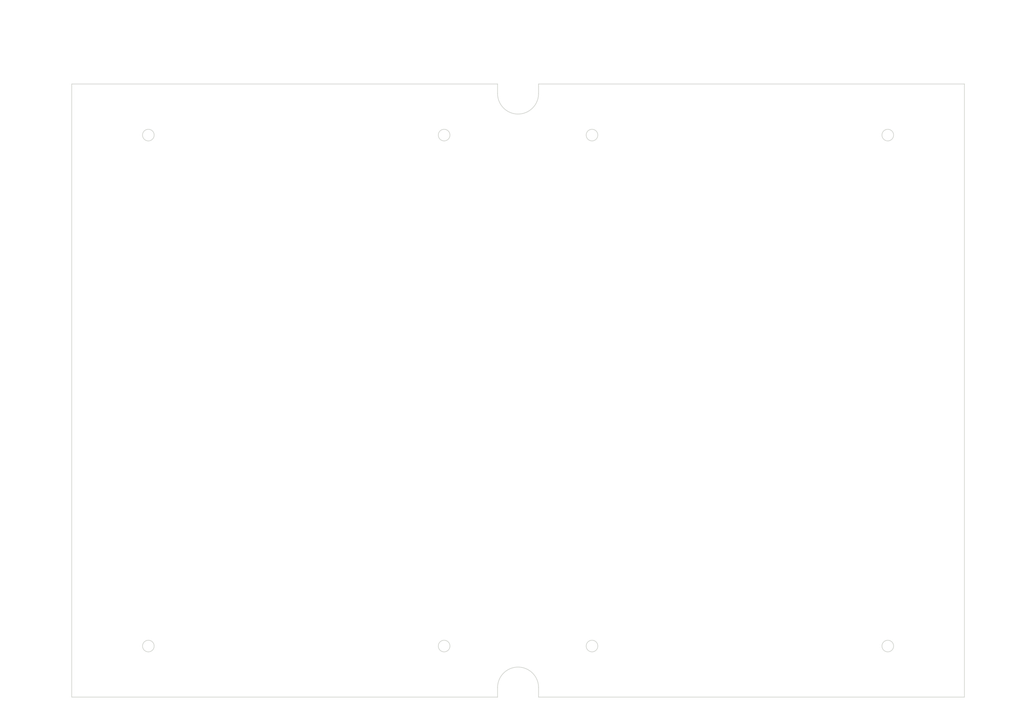
<source format=kicad_pcb>
(kicad_pcb (version 20171130) (host pcbnew "(5.1.0)-1")

  (general
    (thickness 1.6)
    (drawings 85)
    (tracks 0)
    (zones 0)
    (modules 0)
    (nets 1)
  )

  (page A3)
  (layers
    (0 F.Cu signal)
    (31 B.Cu signal)
    (32 B.Adhes user)
    (33 F.Adhes user)
    (34 B.Paste user)
    (35 F.Paste user)
    (36 B.SilkS user)
    (37 F.SilkS user)
    (38 B.Mask user)
    (39 F.Mask user)
    (40 Dwgs.User user)
    (41 Cmts.User user)
    (42 Eco1.User user)
    (43 Eco2.User user)
    (44 Edge.Cuts user)
    (45 Margin user)
    (46 B.CrtYd user)
    (47 F.CrtYd user)
    (48 B.Fab user)
    (49 F.Fab user)
  )

  (setup
    (last_trace_width 0.25)
    (trace_clearance 0.2)
    (zone_clearance 0.508)
    (zone_45_only no)
    (trace_min 0.2)
    (via_size 0.8)
    (via_drill 0.4)
    (via_min_size 0.4)
    (via_min_drill 0.3)
    (uvia_size 0.3)
    (uvia_drill 0.1)
    (uvias_allowed no)
    (uvia_min_size 0.2)
    (uvia_min_drill 0.1)
    (edge_width 0.05)
    (segment_width 0.2)
    (pcb_text_width 0.3)
    (pcb_text_size 1.5 1.5)
    (mod_edge_width 0.12)
    (mod_text_size 1 1)
    (mod_text_width 0.15)
    (pad_size 1.524 1.524)
    (pad_drill 0.762)
    (pad_to_mask_clearance 0.051)
    (solder_mask_min_width 0.25)
    (aux_axis_origin 0 0)
    (visible_elements FFFFFF7F)
    (pcbplotparams
      (layerselection 0x010fc_ffffffff)
      (usegerberextensions false)
      (usegerberattributes false)
      (usegerberadvancedattributes false)
      (creategerberjobfile false)
      (excludeedgelayer true)
      (linewidth 0.152400)
      (plotframeref false)
      (viasonmask false)
      (mode 1)
      (useauxorigin false)
      (hpglpennumber 1)
      (hpglpenspeed 20)
      (hpglpendiameter 15.000000)
      (psnegative false)
      (psa4output false)
      (plotreference true)
      (plotvalue true)
      (plotinvisibletext false)
      (padsonsilk false)
      (subtractmaskfromsilk false)
      (outputformat 1)
      (mirror false)
      (drillshape 1)
      (scaleselection 1)
      (outputdirectory ""))
  )

  (net 0 "")

  (net_class Default "This is the default net class."
    (clearance 0.2)
    (trace_width 0.25)
    (via_dia 0.8)
    (via_drill 0.4)
    (uvia_dia 0.3)
    (uvia_drill 0.1)
  )

  (gr_line (start 84.14492 51.701076) (end 84.14492 236.200301) (layer Edge.Cuts) (width 0.2))
  (gr_line (start 212.278715 51.701076) (end 84.14492 51.701076) (layer Edge.Cuts) (width 0.2))
  (gr_line (start 212.278715 54.575645) (end 212.278715 51.701076) (layer Edge.Cuts) (width 0.2))
  (gr_arc (start 218.44492 54.575645) (end 212.278715 54.575645) (angle -180) (layer Edge.Cuts) (width 0.2))
  (gr_line (start 224.611125 51.701076) (end 224.611125 54.575645) (layer Edge.Cuts) (width 0.2))
  (gr_line (start 352.74492 51.701076) (end 224.611125 51.701076) (layer Edge.Cuts) (width 0.2))
  (gr_line (start 352.74492 236.200301) (end 352.74492 51.701076) (layer Edge.Cuts) (width 0.2))
  (gr_line (start 224.611125 236.200301) (end 352.74492 236.200301) (layer Edge.Cuts) (width 0.2))
  (gr_line (start 224.611125 233.325732) (end 224.611125 236.200301) (layer Edge.Cuts) (width 0.2))
  (gr_arc (start 218.44492 233.325732) (end 224.611125 233.325732) (angle -180) (layer Edge.Cuts) (width 0.2))
  (gr_line (start 212.278715 236.200301) (end 212.278715 233.325732) (layer Edge.Cuts) (width 0.2))
  (gr_line (start 84.14492 236.200301) (end 212.278715 236.200301) (layer Edge.Cuts) (width 0.2))
  (gr_circle (center 107.19492 220.825688) (end 108.94752 220.825688) (layer Edge.Cuts) (width 0.2))
  (gr_circle (center 240.69492 220.825688) (end 242.44752 220.825688) (layer Edge.Cuts) (width 0.2))
  (gr_circle (center 329.69492 67.075688) (end 331.44752 67.075688) (layer Edge.Cuts) (width 0.2))
  (gr_circle (center 196.19492 67.075688) (end 197.94752 67.075688) (layer Edge.Cuts) (width 0.2))
  (gr_circle (center 107.19492 67.075688) (end 108.94752 67.075688) (layer Edge.Cuts) (width 0.2))
  (gr_circle (center 240.69492 67.075688) (end 242.44752 67.075688) (layer Edge.Cuts) (width 0.2))
  (gr_circle (center 329.69492 220.825688) (end 331.44752 220.825688) (layer Edge.Cuts) (width 0.2))
  (gr_circle (center 196.19492 220.825688) (end 197.94752 220.825688) (layer Edge.Cuts) (width 0.2))
  (gr_line (start 329.69492 67.165688) (end 329.69492 66.985688) (layer Dwgs.User) (width 0.2))
  (gr_line (start 329.60492 67.075688) (end 329.78492 67.075688) (layer Dwgs.User) (width 0.2))
  (gr_text " ∅3.51\n[∅0.14]" (at 365.895928 81.450144) (layer Dwgs.User)
    (effects (font (size 1.7 1.53) (thickness 0.2125)))
  )
  (gr_line (start 359.359059 81.450144) (end 333.071926 68.712097) (layer Dwgs.User) (width 0.2))
  (gr_line (start 361.359059 81.450144) (end 359.359059 81.450144) (layer Dwgs.User) (width 0.2))
  (gr_text [1.75] (at 218.44492 243.959008) (layer Dwgs.User)
    (effects (font (size 1.7 1.53) (thickness 0.2125)))
  )
  (gr_text " 44.50" (at 218.44492 240.401573) (layer Dwgs.User)
    (effects (font (size 1.7 1.53) (thickness 0.2125)))
  )
  (gr_line (start 238.69492 242.069547) (end 222.489531 242.069547) (layer Dwgs.User) (width 0.2))
  (gr_line (start 198.19492 242.069547) (end 214.400308 242.069547) (layer Dwgs.User) (width 0.2))
  (gr_line (start 240.69492 221.825688) (end 240.69492 245.244547) (layer Dwgs.User) (width 0.2))
  (gr_line (start 196.19492 221.825688) (end 196.19492 245.244547) (layer Dwgs.User) (width 0.2))
  (gr_text [3.50] (at 151.69492 243.959008) (layer Dwgs.User)
    (effects (font (size 1.7 1.53) (thickness 0.2125)))
  )
  (gr_text " 89.00" (at 151.69492 240.401573) (layer Dwgs.User)
    (effects (font (size 1.7 1.53) (thickness 0.2125)))
  )
  (gr_line (start 194.19492 242.069547) (end 155.739531 242.069547) (layer Dwgs.User) (width 0.2))
  (gr_line (start 109.19492 242.069547) (end 147.650308 242.069547) (layer Dwgs.User) (width 0.2))
  (gr_line (start 196.19492 221.825688) (end 196.19492 245.244547) (layer Dwgs.User) (width 0.2))
  (gr_line (start 107.19492 221.825688) (end 107.19492 245.244547) (layer Dwgs.User) (width 0.2))
  (gr_text [.91] (at 95.66992 244.04619) (layer Dwgs.User)
    (effects (font (size 1.7 1.53) (thickness 0.2125)))
  )
  (gr_text " 23.05" (at 95.66992 240.488175) (layer Dwgs.User)
    (effects (font (size 1.7 1.53) (thickness 0.2125)))
  )
  (gr_line (start 105.19492 242.156729) (end 99.723808 242.156729) (layer Dwgs.User) (width 0.2))
  (gr_line (start 86.14492 242.156729) (end 91.616031 242.156729) (layer Dwgs.User) (width 0.2))
  (gr_line (start 107.19492 221.825688) (end 107.19492 245.331729) (layer Dwgs.User) (width 0.2))
  (gr_line (start 84.14492 237.200301) (end 84.14492 245.331729) (layer Dwgs.User) (width 0.2))
  (gr_text [.61] (at 77.345352 230.402456) (layer Dwgs.User)
    (effects (font (size 1.7 1.53) (thickness 0.2125)))
  )
  (gr_text " 15.37" (at 77.345352 226.844441) (layer Dwgs.User)
    (effects (font (size 1.7 1.53) (thickness 0.2125)))
  )
  (gr_line (start 77.345352 234.200301) (end 77.345352 232.07101) (layer Dwgs.User) (width 0.2))
  (gr_line (start 77.345352 222.825688) (end 77.345352 224.95498) (layer Dwgs.User) (width 0.2))
  (gr_line (start 83.14492 236.200301) (end 74.170352 236.200301) (layer Dwgs.User) (width 0.2))
  (gr_line (start 106.19492 220.825688) (end 74.170352 220.825688) (layer Dwgs.User) (width 0.2))
  (gr_text [6.05] (at 77.396471 145.84015) (layer Dwgs.User)
    (effects (font (size 1.7 1.53) (thickness 0.2125)))
  )
  (gr_text " 153.75" (at 77.396471 142.282135) (layer Dwgs.User)
    (effects (font (size 1.7 1.53) (thickness 0.2125)))
  )
  (gr_line (start 77.396471 218.825688) (end 77.396471 147.508704) (layer Dwgs.User) (width 0.2))
  (gr_line (start 77.396471 69.075688) (end 77.396471 140.392673) (layer Dwgs.User) (width 0.2))
  (gr_line (start 106.19492 220.825688) (end 74.221471 220.825688) (layer Dwgs.User) (width 0.2))
  (gr_line (start 106.19492 67.075688) (end 74.221471 67.075688) (layer Dwgs.User) (width 0.2))
  (gr_text [.36] (at 244.349932 47.618204) (layer Dwgs.User)
    (effects (font (size 1.7 1.53) (thickness 0.2125)))
  )
  (gr_text " 9.04" (at 244.349932 44.060769) (layer Dwgs.User)
    (effects (font (size 1.7 1.53) (thickness 0.2125)))
  )
  (gr_line (start 238.966303 45.728743) (end 240.966303 45.728743) (layer Dwgs.User) (width 0.2))
  (gr_line (start 238.966303 51.701076) (end 238.966303 45.728743) (layer Dwgs.User) (width 0.2))
  (gr_line (start 238.966303 58.74185) (end 238.966303 53.701076) (layer Dwgs.User) (width 0.2))
  (gr_line (start 219.44492 60.74185) (end 242.141303 60.74185) (layer Dwgs.User) (width 0.2))
  (gr_text [.49] (at 231.466822 48.204215) (layer Dwgs.User)
    (effects (font (size 1.7 1.53) (thickness 0.2125)))
  )
  (gr_text " 12.33" (at 231.466822 44.6462) (layer Dwgs.User)
    (effects (font (size 1.7 1.53) (thickness 0.2125)))
  )
  (gr_line (start 224.611125 46.314754) (end 227.419312 46.314754) (layer Dwgs.User) (width 0.2))
  (gr_line (start 214.278715 46.314754) (end 222.611125 46.314754) (layer Dwgs.User) (width 0.2))
  (gr_line (start 212.278715 50.701076) (end 212.278715 43.139754) (layer Dwgs.User) (width 0.2))
  (gr_line (start 224.611125 50.701076) (end 224.611125 43.139754) (layer Dwgs.User) (width 0.2))
  (gr_text [10.57] (at 218.44492 31.590537) (layer Dwgs.User)
    (effects (font (size 1.7 1.53) (thickness 0.2125)))
  )
  (gr_text " 268.60" (at 218.44492 28.033101) (layer Dwgs.User)
    (effects (font (size 1.7 1.53) (thickness 0.2125)))
  )
  (gr_line (start 350.74492 29.701076) (end 223.149933 29.701076) (layer Dwgs.User) (width 0.2))
  (gr_line (start 86.14492 29.701076) (end 213.739906 29.701076) (layer Dwgs.User) (width 0.2))
  (gr_line (start 352.74492 50.701076) (end 352.74492 26.526076) (layer Dwgs.User) (width 0.2))
  (gr_line (start 84.14492 50.701076) (end 84.14492 26.526076) (layer Dwgs.User) (width 0.2))
  (gr_text [5.04] (at 148.211817 48.162055) (layer Dwgs.User)
    (effects (font (size 1.7 1.53) (thickness 0.2125)))
  )
  (gr_text " 128.13" (at 148.211817 44.60404) (layer Dwgs.User)
    (effects (font (size 1.7 1.53) (thickness 0.2125)))
  )
  (gr_line (start 86.14492 46.272594) (end 143.503904 46.272594) (layer Dwgs.User) (width 0.2))
  (gr_line (start 210.278715 46.272594) (end 152.91973 46.272594) (layer Dwgs.User) (width 0.2))
  (gr_line (start 84.14492 50.701076) (end 84.14492 43.097594) (layer Dwgs.User) (width 0.2))
  (gr_line (start 212.278715 50.701076) (end 212.278715 43.097594) (layer Dwgs.User) (width 0.2))
  (gr_text [7.26] (at 67.311993 145.84015) (layer Dwgs.User)
    (effects (font (size 1.7 1.53) (thickness 0.2125)))
  )
  (gr_text " 184.50" (at 67.311993 142.282714) (layer Dwgs.User)
    (effects (font (size 1.7 1.53) (thickness 0.2125)))
  )
  (gr_line (start 67.311993 234.200301) (end 67.311993 147.508124) (layer Dwgs.User) (width 0.2))
  (gr_line (start 67.311993 53.701076) (end 67.311993 140.393253) (layer Dwgs.User) (width 0.2))
  (gr_line (start 83.14492 236.200301) (end 64.136993 236.200301) (layer Dwgs.User) (width 0.2))
  (gr_line (start 83.14492 51.701076) (end 64.136993 51.701076) (layer Dwgs.User) (width 0.2))

)

</source>
